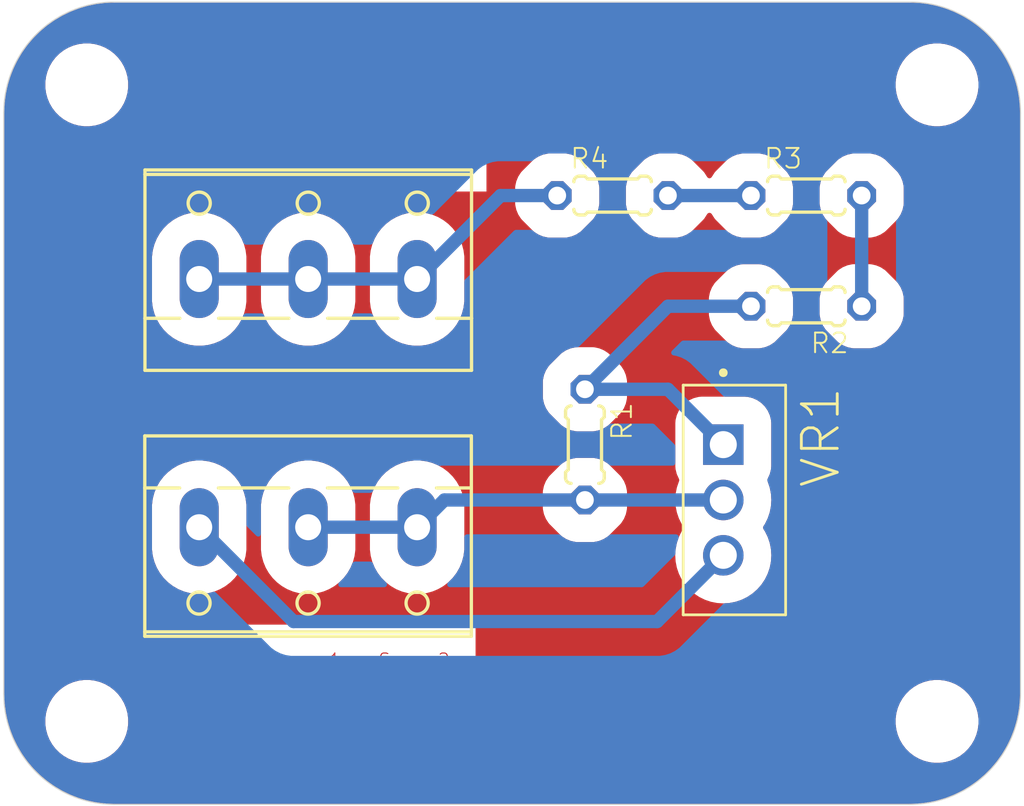
<source format=kicad_pcb>
(kicad_pcb (version 20240108) (generator "pcbnew") (generator_version "8.0")
  (layers (0 "F.Cu" signal) (31 "B.Cu" signal) (34 "B.Paste" user) (35 "F.Paste" user) (36 "B.SilkS" user "B.Silkscreen") (37 "F.SilkS" user "F.Silkscreen") (38 "B.Mask" user) (39 "F.Mask" user) (44 "Edge.Cuts" user))
  (net 0 "")
  (net 1 "N$1")
  (net 2 "N$2")
  (net 3 "N$3")
  (net 4 "+8V")
  (net 5 "GND")
  (net 6 "VCC")
  (footprint "voltage_converter:TO254P1054X470X1955-3" (layer "F.Cu") (at 158.1911 109.4436 -90)
    (property "Reference" "VR1" (at -5.28 -3.51 90) (layer "F.SilkS") (effects (font (size 1.647139 1.647139) (thickness 0.130861)) (justify right top)))
    (property "Value" "LM317T/NOPB" (hide yes))
    (fp_line (start -5.27 1.84) (end 5.27 1.84) (stroke (width 0.127)) (layer "F.SilkS"))
    (fp_line (start 5.27 1.84) (end 5.27 -2.86) (stroke (width 0.127)) (layer "F.SilkS"))
    (fp_line (start -5.27 -2.86) (end -5.27 1.84) (stroke (width 0.127)) (layer "F.SilkS"))
    (fp_line (start 5.27 -2.86) (end -5.27 -2.86) (stroke (width 0.127)) (layer "F.SilkS"))
    (fp_circle (center -5.84 0) (end -5.74 0) (stroke (width 0.2)) (fill none) (layer "F.SilkS"))
    (pad "1" thru_hole rect (at -2.54 0 270) (size 1.86 1.86) (drill 1.24) (layers "*.Cu" "*.Mask") (net 3 "N$3"))
    (pad "2" thru_hole circle (at 0 0 270) (size 1.86 1.86) (drill 1.24) (layers "*.Cu" "*.Mask") (net 4 "+8V"))
    (pad "3" thru_hole circle (at 2.54 0 270) (size 1.86 1.86) (drill 1.24) (layers "*.Cu" "*.Mask") (net 6 "VCC"))
  )
  (footprint "voltage_converter:0204_5" (layer "F.Cu") (at 162.0011 95.4736)
    (property "Reference" "R3" (at -2.0066 -1.1684 0) (layer "F.SilkS") (effects (font (size 0.901446 0.901446) (thickness 0.089154)) (justify left bottom)))
    (property "Value" "200")
    (fp_line (start -1.524 -0.889) (end -1.27 -0.889) (stroke (width 0.1524)) (layer "F.SilkS"))
    (fp_line (start -1.524 0.889) (end -1.27 0.889) (stroke (width 0.1524)) (layer "F.SilkS"))
    (fp_line (start -1.143 -0.762) (end -1.27 -0.889) (stroke (width 0.1524)) (layer "F.SilkS"))
    (fp_line (start -1.143 0.762) (end -1.27 0.889) (stroke (width 0.1524)) (layer "F.SilkS"))
    (fp_line (start 1.143 -0.762) (end -1.143 -0.762) (stroke (width 0.1524)) (layer "F.SilkS"))
    (fp_line (start 1.143 -0.762) (end 1.27 -0.889) (stroke (width 0.1524)) (layer "F.SilkS"))
    (fp_line (start 1.143 0.762) (end -1.143 0.762) (stroke (width 0.1524)) (layer "F.SilkS"))
    (fp_line (start 1.143 0.762) (end 1.27 0.889) (stroke (width 0.1524)) (layer "F.SilkS"))
    (fp_line (start 1.524 -0.889) (end 1.27 -0.889) (stroke (width 0.1524)) (layer "F.SilkS"))
    (fp_line (start 1.524 0.889) (end 1.27 0.889) (stroke (width 0.1524)) (layer "F.SilkS"))
    (fp_arc (start -1.778 -0.635) (mid -1.703605 -0.814605) (end -1.524 -0.889) (stroke (width 0.1524)) (layer "F.SilkS"))
    (fp_arc (start -1.524 0.889) (mid -1.703605 0.814605) (end -1.778 0.635) (stroke (width 0.1524)) (layer "F.SilkS"))
    (fp_arc (start 1.524 -0.889) (mid 1.703605 -0.814605) (end 1.778 -0.635) (stroke (width 0.1524)) (layer "F.SilkS"))
    (fp_arc (start 1.778 0.635) (mid 1.703605 0.814605) (end 1.524 0.889) (stroke (width 0.1524)) (layer "F.SilkS"))
    (pad "1" thru_hole roundrect (at -2.54 0) (size 1.3208 1.3208) (drill 0.8128) (layers "*.Cu" "*.Mask") (chamfer_ratio 0.2928932188) (chamfer top_left top_right bottom_left bottom_right) (net 1 "N$1"))
    (pad "2" thru_hole roundrect (at 2.54 0) (size 1.3208 1.3208) (drill 0.8128) (layers "*.Cu" "*.Mask") (chamfer_ratio 0.2928932188) (chamfer top_left top_right bottom_left bottom_right) (net 2 "N$2"))
  )
  (footprint "" (layer "F.Cu") (at 168 90.3936)
    (property "Reference" "@HOLE1" (hide yes))
    (property "Value" "")
    (pad "" np_thru_hole circle (at 0 0) (size 3.302 3.302) (drill 3.302) (layers "*.Cu" "*.Mask"))
  )
  (footprint "voltage_converter:0204_5" (layer "F.Cu") (at 162.0011 100.5536 180)
    (property "Reference" "R2" (at -2.0066 -1.1684 0) (layer "F.SilkS") (effects (font (size 0.901446 0.901446) (thickness 0.089154)) (justify right top)))
    (property "Value" "5000")
    (fp_line (start 1.524 0.889) (end 1.27 0.889) (stroke (width 0.1524)) (layer "F.SilkS"))
    (fp_line (start 1.524 -0.889) (end 1.27 -0.889) (stroke (width 0.1524)) (layer "F.SilkS"))
    (fp_line (start 1.143 0.762) (end 1.27 0.889) (stroke (width 0.1524)) (layer "F.SilkS"))
    (fp_line (start 1.143 0.762) (end -1.143 0.762) (stroke (width 0.1524)) (layer "F.SilkS"))
    (fp_line (start 1.143 -0.762) (end 1.27 -0.889) (stroke (width 0.1524)) (layer "F.SilkS"))
    (fp_line (start 1.143 -0.762) (end -1.143 -0.762) (stroke (width 0.1524)) (layer "F.SilkS"))
    (fp_line (start -1.143 0.762) (end -1.27 0.889) (stroke (width 0.1524)) (layer "F.SilkS"))
    (fp_line (start -1.143 -0.762) (end -1.27 -0.889) (stroke (width 0.1524)) (layer "F.SilkS"))
    (fp_line (start -1.524 0.889) (end -1.27 0.889) (stroke (width 0.1524)) (layer "F.SilkS"))
    (fp_line (start -1.524 -0.889) (end -1.27 -0.889) (stroke (width 0.1524)) (layer "F.SilkS"))
    (fp_arc (start 1.778 0.635) (mid 1.703605 0.814605) (end 1.524 0.889) (stroke (width 0.1524)) (layer "F.SilkS"))
    (fp_arc (start 1.524 -0.889) (mid 1.703605 -0.814605) (end 1.778 -0.635) (stroke (width 0.1524)) (layer "F.SilkS"))
    (fp_arc (start -1.524 0.889) (mid -1.703605 0.814605) (end -1.778 0.635) (stroke (width 0.1524)) (layer "F.SilkS"))
    (fp_arc (start -1.778 -0.635) (mid -1.703605 -0.814605) (end -1.524 -0.889) (stroke (width 0.1524)) (layer "F.SilkS"))
    (pad "1" thru_hole roundrect (at -2.54 0 180) (size 1.3208 1.3208) (drill 0.8128) (layers "*.Cu" "*.Mask") (chamfer_ratio 0.2928932188) (chamfer top_left top_right bottom_left bottom_right) (net 2 "N$2"))
    (pad "2" thru_hole roundrect (at 2.54 0 180) (size 1.3208 1.3208) (drill 0.8128) (layers "*.Cu" "*.Mask") (chamfer_ratio 0.2928932188) (chamfer top_left top_right bottom_left bottom_right) (net 3 "N$3"))
  )
  (footprint "voltage_converter:0204_5" (layer "F.Cu") (at 153.1111 95.4736)
    (property "Reference" "R4" (at -2.0066 -1.1684 0) (layer "F.SilkS") (effects (font (size 0.901446 0.901446) (thickness 0.089154)) (justify left bottom)))
    (property "Value" "200")
    (fp_line (start -1.524 -0.889) (end -1.27 -0.889) (stroke (width 0.1524)) (layer "F.SilkS"))
    (fp_line (start -1.524 0.889) (end -1.27 0.889) (stroke (width 0.1524)) (layer "F.SilkS"))
    (fp_line (start -1.143 -0.762) (end -1.27 -0.889) (stroke (width 0.1524)) (layer "F.SilkS"))
    (fp_line (start -1.143 0.762) (end -1.27 0.889) (stroke (width 0.1524)) (layer "F.SilkS"))
    (fp_line (start 1.143 -0.762) (end -1.143 -0.762) (stroke (width 0.1524)) (layer "F.SilkS"))
    (fp_line (start 1.143 -0.762) (end 1.27 -0.889) (stroke (width 0.1524)) (layer "F.SilkS"))
    (fp_line (start 1.143 0.762) (end -1.143 0.762) (stroke (width 0.1524)) (layer "F.SilkS"))
    (fp_line (start 1.143 0.762) (end 1.27 0.889) (stroke (width 0.1524)) (layer "F.SilkS"))
    (fp_line (start 1.524 -0.889) (end 1.27 -0.889) (stroke (width 0.1524)) (layer "F.SilkS"))
    (fp_line (start 1.524 0.889) (end 1.27 0.889) (stroke (width 0.1524)) (layer "F.SilkS"))
    (fp_arc (start -1.778 -0.635) (mid -1.703605 -0.814605) (end -1.524 -0.889) (stroke (width 0.1524)) (layer "F.SilkS"))
    (fp_arc (start -1.524 0.889) (mid -1.703605 0.814605) (end -1.778 0.635) (stroke (width 0.1524)) (layer "F.SilkS"))
    (fp_arc (start 1.524 -0.889) (mid 1.703605 -0.814605) (end 1.778 -0.635) (stroke (width 0.1524)) (layer "F.SilkS"))
    (fp_arc (start 1.778 0.635) (mid 1.703605 0.814605) (end 1.524 0.889) (stroke (width 0.1524)) (layer "F.SilkS"))
    (pad "1" thru_hole roundrect (at -2.54 0) (size 1.3208 1.3208) (drill 0.8128) (layers "*.Cu" "*.Mask") (chamfer_ratio 0.2928932188) (chamfer top_left top_right bottom_left bottom_right) (net 5 "GND"))
    (pad "2" thru_hole roundrect (at 2.54 0) (size 1.3208 1.3208) (drill 0.8128) (layers "*.Cu" "*.Mask") (chamfer_ratio 0.2928932188) (chamfer top_left top_right bottom_left bottom_right) (net 1 "N$1"))
  )
  (footprint "" (layer "F.Cu") (at 168 119.6036)
    (property "Reference" "@HOLE3" (hide yes))
    (property "Value" "")
    (pad "" np_thru_hole circle (at 0 0) (size 3.302 3.302) (drill 3.302) (layers "*.Cu" "*.Mask"))
  )
  (footprint "voltage_converter:W237-103" (layer "F.Cu") (at 139.1411 98.0136)
    (property "Reference" "X5" (hide yes))
    (property "Value" "")
    (fp_line (start -7.489 -3.511) (end -7.489 -3.714) (stroke (width 0.1524)) (layer "F.SilkS"))
    (fp_line (start -7.489 3.093) (end -7.489 -3.511) (stroke (width 0.1524)) (layer "F.SilkS"))
    (fp_line (start -7.489 3.093) (end -5.889 3.093) (stroke (width 0.1524)) (layer "F.SilkS"))
    (fp_line (start -7.489 5.481) (end -7.489 3.093) (stroke (width 0.1524)) (layer "F.SilkS"))
    (fp_line (start -7.489 5.481) (end 7.497 5.481) (stroke (width 0.1524)) (layer "F.SilkS"))
    (fp_line (start -4.111 3.093) (end -0.885 3.093) (stroke (width 0.1524)) (layer "F.SilkS"))
    (fp_line (start 0.893 3.093) (end 4.119 3.093) (stroke (width 0.1524)) (layer "F.SilkS"))
    (fp_line (start 5.897 3.093) (end 7.497 3.093) (stroke (width 0.1524)) (layer "F.SilkS"))
    (fp_line (start 7.497 -3.714) (end -7.489 -3.714) (stroke (width 0.1524)) (layer "F.SilkS"))
    (fp_line (start 7.497 -3.714) (end 7.497 -3.511) (stroke (width 0.1524)) (layer "F.SilkS"))
    (fp_line (start 7.497 -3.511) (end -7.489 -3.511) (stroke (width 0.1524)) (layer "F.SilkS"))
    (fp_line (start 7.497 -3.511) (end 7.497 3.093) (stroke (width 0.1524)) (layer "F.SilkS"))
    (fp_line (start 7.497 3.093) (end 7.497 5.481) (stroke (width 0.1524)) (layer "F.SilkS"))
    (fp_circle (center -5 -2.1898) (end -4.492 -2.1898) (stroke (width 0.1524)) (fill none) (layer "F.SilkS"))
    (fp_circle (center 0.0038 -2.1898) (end 0.5118 -2.1898) (stroke (width 0.1524)) (fill none) (layer "F.SilkS"))
    (fp_circle (center 5.0076 -2.1898) (end 5.5156 -2.1898) (stroke (width 0.1524)) (fill none) (layer "F.SilkS"))
    (pad "1" thru_hole oval (at -5 1.29 90) (size 3.5814 1.7907) (drill 1.1938) (layers "*.Cu" "*.Mask") (net 5 "GND"))
    (pad "2" thru_hole oval (at 0 1.29 90) (size 3.5814 1.7907) (drill 1.1938) (layers "*.Cu" "*.Mask") (net 5 "GND"))
    (pad "3" thru_hole oval (at 5 1.29 90) (size 3.5814 1.7907) (drill 1.1938) (layers "*.Cu" "*.Mask") (net 5 "GND"))
  )
  (footprint "" (layer "F.Cu") (at 128.9811 90.3936)
    (property "Reference" "@HOLE0" (hide yes))
    (property "Value" "")
    (pad "" np_thru_hole circle (at 0 0) (size 3.302 3.302) (drill 3.302) (layers "*.Cu" "*.Mask"))
  )
  (footprint "voltage_converter:W237-103" (layer "F.Cu") (at 139.1411 111.9836 180)
    (property "Reference" "X4" (hide yes))
    (property "Value" "")
    (fp_line (start 7.497 3.093) (end 7.497 5.481) (stroke (width 0.1524)) (layer "F.SilkS"))
    (fp_line (start 7.497 -3.511) (end 7.497 3.093) (stroke (width 0.1524)) (layer "F.SilkS"))
    (fp_line (start 7.497 -3.511) (end -7.489 -3.511) (stroke (width 0.1524)) (layer "F.SilkS"))
    (fp_line (start 7.497 -3.714) (end 7.497 -3.511) (stroke (width 0.1524)) (layer "F.SilkS"))
    (fp_line (start 7.497 -3.714) (end -7.489 -3.714) (stroke (width 0.1524)) (layer "F.SilkS"))
    (fp_line (start 5.897 3.093) (end 7.497 3.093) (stroke (width 0.1524)) (layer "F.SilkS"))
    (fp_line (start 0.893 3.093) (end 4.119 3.093) (stroke (width 0.1524)) (layer "F.SilkS"))
    (fp_line (start -4.111 3.093) (end -0.885 3.093) (stroke (width 0.1524)) (layer "F.SilkS"))
    (fp_line (start -7.489 5.481) (end 7.497 5.481) (stroke (width 0.1524)) (layer "F.SilkS"))
    (fp_line (start -7.489 5.481) (end -7.489 3.093) (stroke (width 0.1524)) (layer "F.SilkS"))
    (fp_line (start -7.489 3.093) (end -5.889 3.093) (stroke (width 0.1524)) (layer "F.SilkS"))
    (fp_line (start -7.489 3.093) (end -7.489 -3.511) (stroke (width 0.1524)) (layer "F.SilkS"))
    (fp_line (start -7.489 -3.511) (end -7.489 -3.714) (stroke (width 0.1524)) (layer "F.SilkS"))
    (fp_circle (center 5.0076 -2.1898) (end 5.5156 -2.1898) (stroke (width 0.1524)) (fill none) (layer "F.SilkS"))
    (fp_circle (center 0.0038 -2.1898) (end 0.5118 -2.1898) (stroke (width 0.1524)) (fill none) (layer "F.SilkS"))
    (fp_circle (center -5 -2.1898) (end -4.492 -2.1898) (stroke (width 0.1524)) (fill none) (layer "F.SilkS"))
    (pad "1" thru_hole oval (at -5 1.29 270) (size 3.5814 1.7907) (drill 1.1938) (layers "*.Cu" "*.Mask") (net 4 "+8V"))
    (pad "2" thru_hole oval (at 0 1.29 270) (size 3.5814 1.7907) (drill 1.1938) (layers "*.Cu" "*.Mask") (net 4 "+8V"))
    (pad "3" thru_hole oval (at 5 1.29 270) (size 3.5814 1.7907) (drill 1.1938) (layers "*.Cu" "*.Mask") (net 6 "VCC"))
  )
  (footprint "" (layer "F.Cu") (at 128.9811 119.6036)
    (property "Reference" "@HOLE2" (hide yes))
    (property "Value" "")
    (pad "" np_thru_hole circle (at 0 0) (size 3.302 3.302) (drill 3.302) (layers "*.Cu" "*.Mask"))
  )
  (footprint "voltage_converter:0204_5" (layer "F.Cu") (at 151.8411 106.9036 -90)
    (property "Reference" "R1" (at -2.0066 -1.1684 90) (layer "F.SilkS") (effects (font (size 0.901446 0.901446) (thickness 0.089154)) (justify right top)))
    (property "Value" "1000")
    (fp_line (start -1.524 0.889) (end -1.27 0.889) (stroke (width 0.1524)) (layer "F.SilkS"))
    (fp_line (start 1.524 0.889) (end 1.27 0.889) (stroke (width 0.1524)) (layer "F.SilkS"))
    (fp_line (start -1.143 0.762) (end -1.27 0.889) (stroke (width 0.1524)) (layer "F.SilkS"))
    (fp_line (start 1.143 0.762) (end 1.27 0.889) (stroke (width 0.1524)) (layer "F.SilkS"))
    (fp_line (start 1.143 0.762) (end -1.143 0.762) (stroke (width 0.1524)) (layer "F.SilkS"))
    (fp_line (start -1.143 -0.762) (end -1.27 -0.889) (stroke (width 0.1524)) (layer "F.SilkS"))
    (fp_line (start 1.143 -0.762) (end -1.143 -0.762) (stroke (width 0.1524)) (layer "F.SilkS"))
    (fp_line (start 1.143 -0.762) (end 1.27 -0.889) (stroke (width 0.1524)) (layer "F.SilkS"))
    (fp_line (start -1.524 -0.889) (end -1.27 -0.889) (stroke (width 0.1524)) (layer "F.SilkS"))
    (fp_line (start 1.524 -0.889) (end 1.27 -0.889) (stroke (width 0.1524)) (layer "F.SilkS"))
    (fp_arc (start -1.524 0.889) (mid -1.703605 0.814605) (end -1.778 0.635) (stroke (width 0.1524)) (layer "F.SilkS"))
    (fp_arc (start 1.778 0.635) (mid 1.703605 0.814605) (end 1.524 0.889) (stroke (width 0.1524)) (layer "F.SilkS"))
    (fp_arc (start -1.778 -0.635) (mid -1.703605 -0.814605) (end -1.524 -0.889) (stroke (width 0.1524)) (layer "F.SilkS"))
    (fp_arc (start 1.524 -0.889) (mid 1.703605 -0.814605) (end 1.778 -0.635) (stroke (width 0.1524)) (layer "F.SilkS"))
    (pad "1" thru_hole roundrect (at -2.54 0 270) (size 1.3208 1.3208) (drill 0.8128) (layers "*.Cu" "*.Mask") (chamfer_ratio 0.2928932188) (chamfer top_left top_right bottom_left bottom_right) (net 3 "N$3"))
    (pad "2" thru_hole roundrect (at 2.54 0 270) (size 1.3208 1.3208) (drill 0.8128) (layers "*.Cu" "*.Mask") (chamfer_ratio 0.2928932188) (chamfer top_left top_right bottom_left bottom_right) (net 4 "+8V"))
  )
  (gr_arc (start 130.2511 123.4136) (mid 126.658998 121.925702) (end 125.1711 118.3336) (stroke (width 0.05)) (layer "Edge.Cuts"))
  (gr_line (start 171.8311 118.3336) (end 171.8311 91.6736) (stroke (width 0.05)) (layer "Edge.Cuts"))
  (gr_line (start 125.1711 91.6736) (end 125.1711 118.3336) (stroke (width 0.05)) (layer "Edge.Cuts"))
  (gr_arc (start 125.1711 91.6736) (mid 126.658998 88.081498) (end 130.2511 86.5936) (stroke (width 0.05)) (layer "Edge.Cuts"))
  (gr_arc (start 171.8311 118.3336) (mid 170.343202 121.925702) (end 166.7511 123.4136) (stroke (width 0.05)) (layer "Edge.Cuts"))
  (gr_line (start 166.7511 86.5936) (end 130.2511 86.5936) (stroke (width 0.05)) (layer "Edge.Cuts"))
  (gr_arc (start 166.7511 86.5936) (mid 170.343202 88.081498) (end 171.8311 91.6736) (stroke (width 0.05)) (layer "Edge.Cuts"))
  (gr_line (start 130.2511 123.4136) (end 166.7511 123.4136) (stroke (width 0.05)) (layer "Edge.Cuts"))
  (gr_text "Servo 2\nGND" (at 144.5 92.5 0) (layer "F.Cu") (effects (font (size 0.560832 0.560832) (thickness 0.048768)) (justify top)))
  (gr_text "Servo 1\nGND\n" (at 139 92.5 0) (layer "F.Cu") (effects (font (size 0.560832 0.560832) (thickness 0.048768)) (justify top)))
  (gr_text "Servo 2\nV+" (at 144 118 0) (layer "F.Cu") (effects (font (size 0.560832 0.560832) (thickness 0.048768)) (justify bottom)))
  (gr_text "INPUT\nGND" (at 134 92.5 0) (layer "F.Cu") (effects (font (size 0.560832 0.560832) (thickness 0.048768)) (justify top)))
  (gr_text "Servo 1\nV+" (at 139 118 0) (layer "F.Cu") (effects (font (size 0.560832 0.560832) (thickness 0.048768)) (justify bottom)))
  (gr_text "INPUT\nV+" (at 134 118 0) (layer "F.Cu") (effects (font (size 0.560832 0.560832) (thickness 0.048768)) (justify bottom)))
  (segment (start 159.4611 95.4736) (end 155.6511 95.4736) (width 0.6096) (layer "B.Cu") (net 1))
  (segment (start 164.5411 95.4736) (end 164.5411 100.5536) (width 0.6096) (layer "B.Cu") (net 2))
  (segment (start 155.6511 104.3636) (end 158.1911 106.9036) (width 0.6096) (layer "B.Cu") (net 3))
  (segment (start 155.6511 100.5536) (end 159.4611 100.5536) (width 0.6096) (layer "B.Cu") (net 3))
  (segment (start 151.8411 104.3636) (end 155.6511 100.5536) (width 0.6096) (layer "B.Cu") (net 3))
  (segment (start 151.8411 104.3636) (end 155.6511 104.3636) (width 0.6096) (layer "B.Cu") (net 3))
  (segment (start 158.1911 109.4436) (end 151.8411 109.4436) (width 0.6096) (layer "B.Cu") (net 4))
  (segment (start 139.1411 110.6936) (end 144.1411 110.6936) (width 0.6096) (layer "B.Cu") (net 4))
  (segment (start 145.3911 109.4436) (end 151.8411 109.4436) (width 0.6096) (layer "B.Cu") (net 4))
  (segment (start 144.1411 110.6936) (end 145.3911 109.4436) (width 0.6096) (layer "B.Cu") (net 4))
  (segment (start 144.1411 99.3036) (end 139.1411 99.3036) (width 0.6096) (layer "B.Cu") (net 5))
  (segment (start 144.1411 99.3036) (end 147.9711 95.4736) (width 0.6096) (layer "B.Cu") (net 5))
  (segment (start 139.1411 99.3036) (end 134.1411 99.3036) (width 0.6096) (layer "B.Cu") (net 5))
  (segment (start 147.9711 95.4736) (end 150.5711 95.4736) (width 0.6096) (layer "B.Cu") (net 5))
  (segment (start 138.468563 115.021063) (end 155.153637 115.021063) (width 0.6096) (layer "B.Cu") (net 6))
  (segment (start 155.153637 115.021063) (end 158.1911 111.9836) (width 0.6096) (layer "B.Cu") (net 6))
  (segment (start 134.1411 110.6936) (end 138.468563 115.021063) (width 0.6096) (layer "B.Cu") (net 6))
  (zone (net 0) (net_name "") (layer "F.Cu") (connect_pads (clearance 0.5)) (min_thickness 0.25) (fill yes (thermal_gap 0.5) (thermal_bridge_width 0.5) (island_removal_mode 1) (island_area_min 9.999999))
    (polygon (pts (xy 125 86.5) (xy 172 86.5) (xy 172 123.5) (xy 125 123.5)))
  )
  (zone (net 0) (net_name "") (layer "B.Cu") (priority 1) (connect_pads (clearance 0.5)) (min_thickness 0.25) (fill yes (thermal_gap 0.5) (thermal_bridge_width 0.5) (island_removal_mode 1) (island_area_min 9.999999))
    (polygon (pts (xy 125 86.5) (xy 172 86.5) (xy 172 123.5) (xy 125 123.5)))
  )
)
</source>
